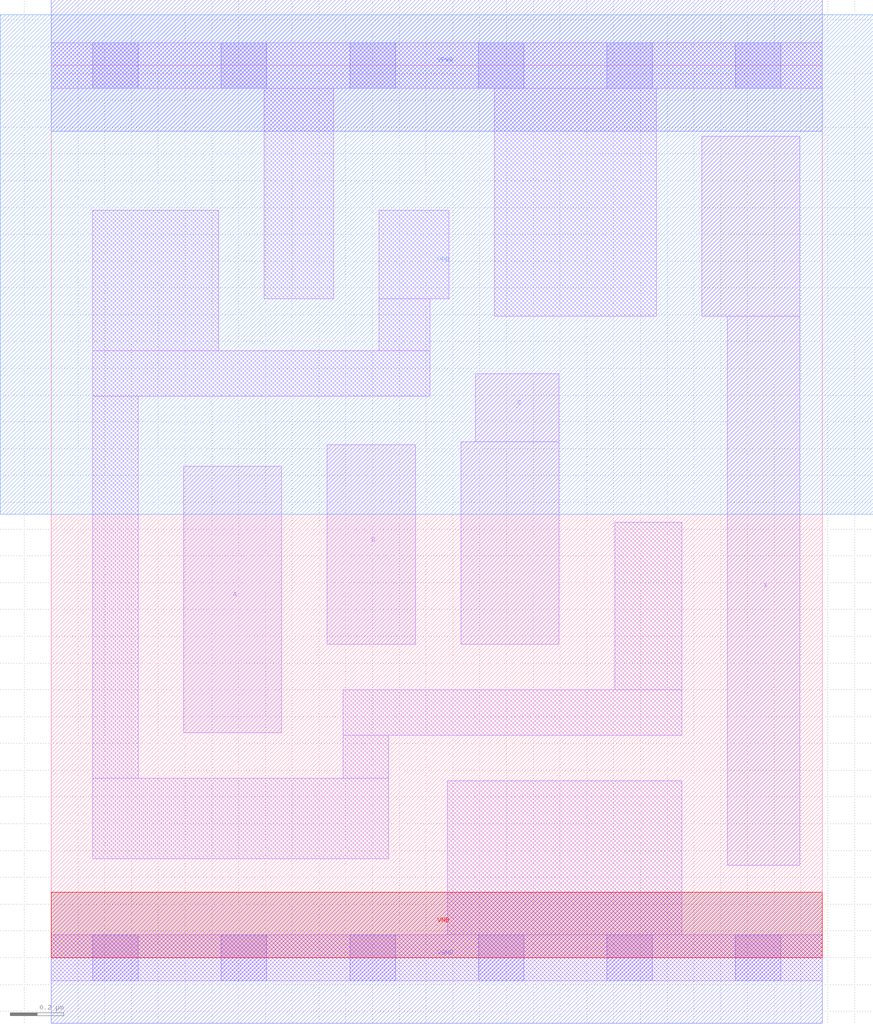
<source format=lef>
# Copyright 2020 The SkyWater PDK Authors
#
# Licensed under the Apache License, Version 2.0 (the "License");
# you may not use this file except in compliance with the License.
# You may obtain a copy of the License at
#
#     https://www.apache.org/licenses/LICENSE-2.0
#
# Unless required by applicable law or agreed to in writing, software
# distributed under the License is distributed on an "AS IS" BASIS,
# WITHOUT WARRANTIES OR CONDITIONS OF ANY KIND, either express or implied.
# See the License for the specific language governing permissions and
# limitations under the License.
#
# SPDX-License-Identifier: Apache-2.0

VERSION 5.7 ;
  NOWIREEXTENSIONATPIN ON ;
  DIVIDERCHAR "/" ;
  BUSBITCHARS "[]" ;
MACRO sky130_fd_sc_lp__and3_0
  CLASS CORE ;
  FOREIGN sky130_fd_sc_lp__and3_0 ;
  ORIGIN  0.000000  0.000000 ;
  SIZE  2.880000 BY  3.330000 ;
  SYMMETRY X Y R90 ;
  SITE unit ;
  PIN A
    ANTENNAGATEAREA  0.126000 ;
    DIRECTION INPUT ;
    USE SIGNAL ;
    PORT
      LAYER li1 ;
        RECT 0.495000 0.840000 0.860000 1.835000 ;
    END
  END A
  PIN B
    ANTENNAGATEAREA  0.126000 ;
    DIRECTION INPUT ;
    USE SIGNAL ;
    PORT
      LAYER li1 ;
        RECT 1.030000 1.170000 1.360000 1.915000 ;
    END
  END B
  PIN C
    ANTENNAGATEAREA  0.126000 ;
    DIRECTION INPUT ;
    USE SIGNAL ;
    PORT
      LAYER li1 ;
        RECT 1.530000 1.170000 1.895000 1.925000 ;
        RECT 1.585000 1.925000 1.895000 2.180000 ;
    END
  END C
  PIN X
    ANTENNADIFFAREA  0.287300 ;
    DIRECTION OUTPUT ;
    USE SIGNAL ;
    PORT
      LAYER li1 ;
        RECT 2.430000 2.395000 2.795000 3.065000 ;
        RECT 2.525000 0.345000 2.795000 2.395000 ;
    END
  END X
  PIN VGND
    DIRECTION INOUT ;
    USE GROUND ;
    PORT
      LAYER met1 ;
        RECT 0.000000 -0.245000 2.880000 0.245000 ;
    END
  END VGND
  PIN VNB
    DIRECTION INOUT ;
    USE GROUND ;
    PORT
      LAYER pwell ;
        RECT 0.000000 0.000000 2.880000 0.245000 ;
    END
  END VNB
  PIN VPB
    DIRECTION INOUT ;
    USE POWER ;
    PORT
      LAYER nwell ;
        RECT -0.190000 1.655000 3.070000 3.520000 ;
    END
  END VPB
  PIN VPWR
    DIRECTION INOUT ;
    USE POWER ;
    PORT
      LAYER met1 ;
        RECT 0.000000 3.085000 2.880000 3.575000 ;
    END
  END VPWR
  OBS
    LAYER li1 ;
      RECT 0.000000 -0.085000 2.880000 0.085000 ;
      RECT 0.000000  3.245000 2.880000 3.415000 ;
      RECT 0.155000  0.370000 1.260000 0.670000 ;
      RECT 0.155000  0.670000 0.325000 2.095000 ;
      RECT 0.155000  2.095000 1.415000 2.265000 ;
      RECT 0.155000  2.265000 0.625000 2.790000 ;
      RECT 0.795000  2.460000 1.055000 3.245000 ;
      RECT 1.090000  0.670000 1.260000 0.830000 ;
      RECT 1.090000  0.830000 2.355000 1.000000 ;
      RECT 1.225000  2.265000 1.415000 2.460000 ;
      RECT 1.225000  2.460000 1.485000 2.790000 ;
      RECT 1.480000  0.085000 2.355000 0.660000 ;
      RECT 1.655000  2.395000 2.260000 3.245000 ;
      RECT 2.105000  1.000000 2.355000 1.625000 ;
    LAYER mcon ;
      RECT 0.155000 -0.085000 0.325000 0.085000 ;
      RECT 0.155000  3.245000 0.325000 3.415000 ;
      RECT 0.635000 -0.085000 0.805000 0.085000 ;
      RECT 0.635000  3.245000 0.805000 3.415000 ;
      RECT 1.115000 -0.085000 1.285000 0.085000 ;
      RECT 1.115000  3.245000 1.285000 3.415000 ;
      RECT 1.595000 -0.085000 1.765000 0.085000 ;
      RECT 1.595000  3.245000 1.765000 3.415000 ;
      RECT 2.075000 -0.085000 2.245000 0.085000 ;
      RECT 2.075000  3.245000 2.245000 3.415000 ;
      RECT 2.555000 -0.085000 2.725000 0.085000 ;
      RECT 2.555000  3.245000 2.725000 3.415000 ;
  END
END sky130_fd_sc_lp__and3_0
END LIBRARY

</source>
